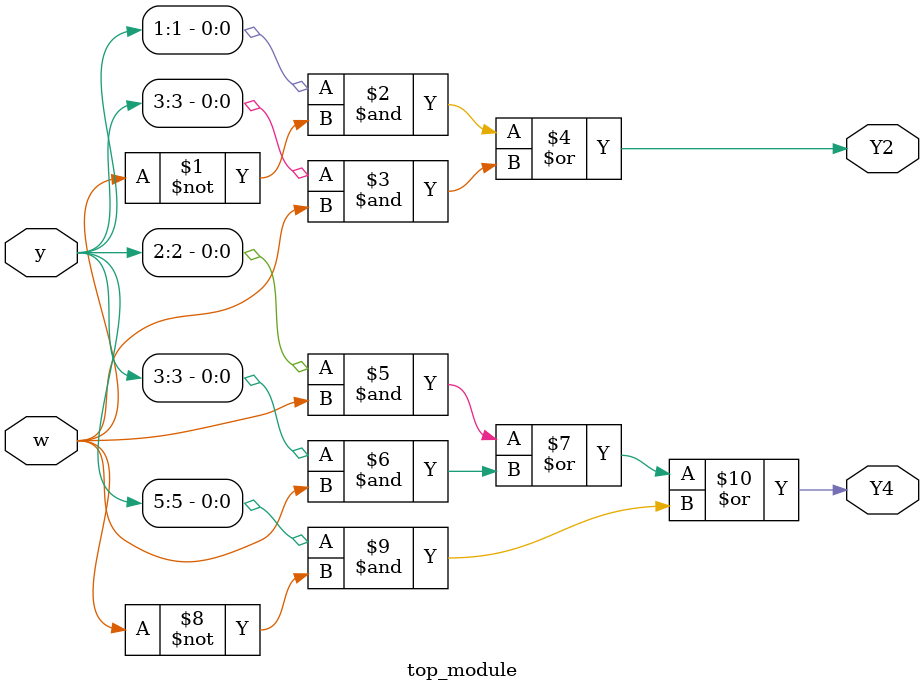
<source format=sv>
module top_module (
    input [6:1] y,
    input w,
    output Y2,
    output Y4
);

// Next-state logic for y[2] (state B)
assign Y2 = (y[1] & ~w) | (y[3] & w);

// Next-state logic for y[4] (state D)
assign Y4 = (y[2] & w) | (y[3] & w) | (y[5] & ~w);

endmodule

</source>
